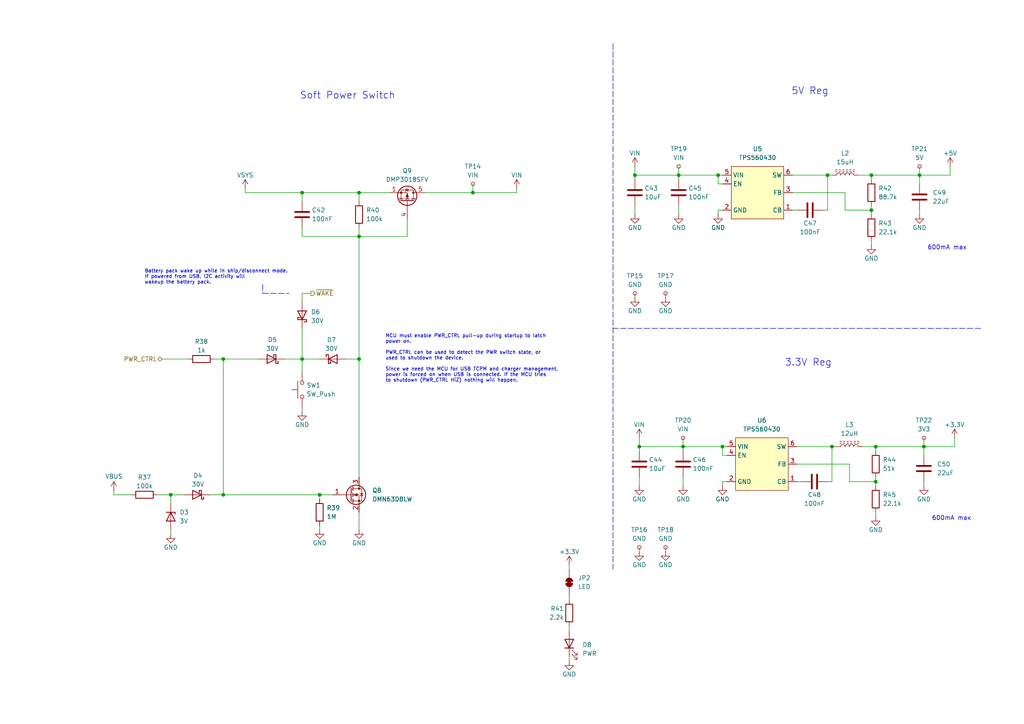
<source format=kicad_sch>
(kicad_sch (version 20231120) (generator "eeschema") (generator_version "8.0")
  (paper "A4")
  (title_block (title "SW32 - Main Board") (date "2024-05-23") (rev "1") (company "saawsm") (comment 4 "System power supplies and soft latching power switch."))
  (lib_symbols
    (symbol "Connector:TestPoint_Small" (pin_numbers hide) (pin_names (offset 0.762) hide)
      (property "Reference" "TP" (at 0 3.81 0))
      (property "Value" "TestPoint_Small" (at 0 2.032 0))
      (symbol "TestPoint_Small_0_1"
        (circle (center 0 0) (radius 0.508))
      )
      (symbol "TestPoint_Small_1_1"
        (pin passive line (at 0 0 90) (length 0) (name "1") (number "1"))
      )
    )
    (symbol "Device:C" (pin_numbers hide) (pin_names (offset 0.254))
      (property "Reference" "C" (at 0.635 2.54 0))
      (property "Value" "C" (at 0.635 -2.54 0))
      (symbol "C_0_1"
        (polyline (pts (xy -2.032 -0.762) (xy 2.032 -0.762)) (stroke (width 0.508)))
        (polyline (pts (xy -2.032 0.762) (xy 2.032 0.762)) (stroke (width 0.508)))
      )
      (symbol "C_1_1"
        (pin passive line (at 0 3.81 270) (length 2.794) (name "~") (number "1"))
        (pin passive line (at 0 -3.81 90) (length 2.794) (name "~") (number "2"))
      )
    )
    (symbol "Device:D_Schottky" (pin_numbers hide) (pin_names (offset 1.016) hide)
      (property "Reference" "D" (at 0 2.54 0))
      (property "Value" "D_Schottky" (at 0 -2.54 0))
      (symbol "D_Schottky_0_1"
        (polyline (pts (xy 1.27 0) (xy -1.27 0)))
        (polyline (pts (xy 1.27 1.27) (xy 1.27 -1.27) (xy -1.27 0) (xy 1.27 1.27)) (stroke (width 0.254)))
        (polyline (pts (xy -1.905 0.635) (xy -1.905 1.27) (xy -1.27 1.27) (xy -1.27 -1.27) (xy -0.635 -1.27) (xy -0.635 -0.635)) (stroke (width 0.254)))
      )
      (symbol "D_Schottky_1_1"
        (pin passive line (at -3.81 0 0) (length 2.54) (name "K") (number "1"))
        (pin passive line (at 3.81 0 180) (length 2.54) (name "A") (number "2"))
      )
    )
    (symbol "Device:D_Zener" (pin_numbers hide) (pin_names (offset 1.016) hide)
      (property "Reference" "D" (at 0 2.54 0))
      (property "Value" "D_Zener" (at 0 -2.54 0))
      (symbol "D_Zener_0_1"
        (polyline (pts (xy 1.27 0) (xy -1.27 0)))
        (polyline (pts (xy -1.27 -1.27) (xy -1.27 1.27) (xy -0.762 1.27)) (stroke (width 0.254)))
        (polyline (pts (xy 1.27 -1.27) (xy 1.27 1.27) (xy -1.27 0) (xy 1.27 -1.27)) (stroke (width 0.254)))
      )
      (symbol "D_Zener_1_1"
        (pin passive line (at -3.81 0 0) (length 2.54) (name "K") (number "1"))
        (pin passive line (at 3.81 0 180) (length 2.54) (name "A") (number "2"))
      )
    )
    (symbol "Device:LED" (pin_numbers hide) (pin_names (offset 1.016) hide)
      (property "Reference" "D" (at 0 2.54 0))
      (property "Value" "LED" (at 0 -2.54 0))
      (symbol "LED_0_1"
        (polyline (pts (xy -1.27 -1.27) (xy -1.27 1.27)) (stroke (width 0.254)))
        (polyline (pts (xy -1.27 0) (xy 1.27 0)))
        (polyline (pts (xy 1.27 -1.27) (xy 1.27 1.27) (xy -1.27 0) (xy 1.27 -1.27)) (stroke (width 0.254)))
        (polyline (pts (xy -3.048 -0.762) (xy -4.572 -2.286) (xy -3.81 -2.286) (xy -4.572 -2.286) (xy -4.572 -1.524)))
        (polyline (pts (xy -1.778 -0.762) (xy -3.302 -2.286) (xy -2.54 -2.286) (xy -3.302 -2.286) (xy -3.302 -1.524)))
      )
      (symbol "LED_1_1"
        (pin passive line (at -3.81 0 0) (length 2.54) (name "K") (number "1"))
        (pin passive line (at 3.81 0 180) (length 2.54) (name "A") (number "2"))
      )
    )
    (symbol "Device:L_Ferrite" (pin_numbers hide) (pin_names (offset 1.016) hide)
      (property "Reference" "L" (at -1.27 0 90))
      (property "Value" "L_Ferrite" (at 2.794 0 90))
      (symbol "L_Ferrite_0_1"
        (arc (start 0 -2.54) (mid 0.6323 -1.905) (end 0 -1.27))
        (arc (start 0 -1.27) (mid 0.6323 -0.635) (end 0 0))
        (polyline (pts (xy 1.016 -2.794) (xy 1.016 -2.286)))
        (polyline (pts (xy 1.016 -1.778) (xy 1.016 -1.27)))
        (polyline (pts (xy 1.016 -0.762) (xy 1.016 -0.254)))
        (polyline (pts (xy 1.016 0.254) (xy 1.016 0.762)))
        (polyline (pts (xy 1.016 1.27) (xy 1.016 1.778)))
        (polyline (pts (xy 1.016 2.286) (xy 1.016 2.794)))
        (polyline (pts (xy 1.524 -2.286) (xy 1.524 -2.794)))
        (polyline (pts (xy 1.524 -1.27) (xy 1.524 -1.778)))
        (polyline (pts (xy 1.524 -0.254) (xy 1.524 -0.762)))
        (polyline (pts (xy 1.524 0.762) (xy 1.524 0.254)))
        (polyline (pts (xy 1.524 1.778) (xy 1.524 1.27)))
        (polyline (pts (xy 1.524 2.794) (xy 1.524 2.286)))
        (arc (start 0 0) (mid 0.6323 0.635) (end 0 1.27))
        (arc (start 0 1.27) (mid 0.6323 1.905) (end 0 2.54))
      )
      (symbol "L_Ferrite_1_1"
        (pin passive line (at 0 3.81 270) (length 1.27) (name "1") (number "1"))
        (pin passive line (at 0 -3.81 90) (length 1.27) (name "2") (number "2"))
      )
    )
    (symbol "Device:Q_NMOS_GSD" (pin_names (offset 0) hide)
      (property "Reference" "Q" (at 5.08 1.27 0))
      (property "Value" "Q_NMOS_GSD" (at 5.08 -1.27 0))
      (symbol "Q_NMOS_GSD_0_1"
        (polyline (pts (xy 0.254 0) (xy -2.54 0)))
        (polyline (pts (xy 0.254 1.905) (xy 0.254 -1.905)) (stroke (width 0.254)))
        (polyline (pts (xy 0.762 -1.27) (xy 0.762 -2.286)) (stroke (width 0.254)))
        (polyline (pts (xy 0.762 0.508) (xy 0.762 -0.508)) (stroke (width 0.254)))
        (polyline (pts (xy 0.762 2.286) (xy 0.762 1.27)) (stroke (width 0.254)))
        (polyline (pts (xy 2.54 2.54) (xy 2.54 1.778)))
        (polyline (pts (xy 2.54 -2.54) (xy 2.54 0) (xy 0.762 0)))
        (polyline (pts (xy 0.762 -1.778) (xy 3.302 -1.778) (xy 3.302 1.778) (xy 0.762 1.778)))
        (polyline (pts (xy 1.016 0) (xy 2.032 0.381) (xy 2.032 -0.381) (xy 1.016 0)) (fill (type outline)))
        (polyline (pts (xy 2.794 0.508) (xy 2.921 0.381) (xy 3.683 0.381) (xy 3.81 0.254)))
        (polyline (pts (xy 3.302 0.381) (xy 2.921 -0.254) (xy 3.683 -0.254) (xy 3.302 0.381)))
        (circle (center 1.651 0) (radius 2.794) (stroke (width 0.254)))
        (circle (center 2.54 -1.778) (radius 0.254) (fill (type outline)))
        (circle (center 2.54 1.778) (radius 0.254) (fill (type outline)))
      )
      (symbol "Q_NMOS_GSD_1_1"
        (pin input line (at -5.08 0 0) (length 2.54) (name "G") (number "1"))
        (pin passive line (at 2.54 -5.08 90) (length 2.54) (name "S") (number "2"))
        (pin passive line (at 2.54 5.08 270) (length 2.54) (name "D") (number "3"))
      )
    )
    (symbol "Device:R" (pin_numbers hide) (pin_names (offset 0))
      (property "Reference" "R" (at 2.032 0 90))
      (property "Value" "R" (at 0 0 90))
      (symbol "R_0_1"
        (rectangle (start -1.016 -2.54) (end 1.016 2.54) (stroke (width 0.254)))
      )
      (symbol "R_1_1"
        (pin passive line (at 0 3.81 270) (length 1.27) (name "~") (number "1"))
        (pin passive line (at 0 -3.81 90) (length 1.27) (name "~") (number "2"))
      )
    )
    (symbol "Jumper:SolderJumper_2_Bridged" (pin_numbers hide) (pin_names (offset 0) hide) (exclude_from_sim yes) (in_bom no)
      (property "Reference" "JP" (at 0 2.032 0))
      (property "Value" "SolderJumper_2_Bridged" (at 0 -2.54 0))
      (symbol "SolderJumper_2_Bridged_0_1"
        (rectangle (start -0.508 0.508) (end 0.508 -0.508) (fill (type outline)))
        (arc (start -0.254 1.016) (mid -1.2656 0) (end -0.254 -1.016))
        (arc (start -0.254 1.016) (mid -1.2656 0) (end -0.254 -1.016) (fill (type outline)))
        (polyline (pts (xy -0.254 1.016) (xy -0.254 -1.016)))
        (polyline (pts (xy 0.254 1.016) (xy 0.254 -1.016)))
        (arc (start 0.254 -1.016) (mid 1.2656 0) (end 0.254 1.016))
        (arc (start 0.254 -1.016) (mid 1.2656 0) (end 0.254 1.016) (fill (type outline)))
      )
      (symbol "SolderJumper_2_Bridged_1_1"
        (pin passive line (at -3.81 0 0) (length 2.54) (name "A") (number "1"))
        (pin passive line (at 3.81 0 180) (length 2.54) (name "B") (number "2"))
      )
    )
    (symbol "SaawLib:TPS560430"
      (property "Reference" "U" (at 0 8.89 0))
      (property "Value" "TPS560430" (at 0 -8.89 0))
      (symbol "TPS560430_0_1"
        (rectangle (start -7.62 7.62) (end 7.62 -7.62) (fill (type background)))
      )
      (symbol "TPS560430_1_1"
        (pin input line (at 10.16 -5.08 180) (length 2.54) (name "CB") (number "1"))
        (pin power_in line (at -10.16 -5.08 0) (length 2.54) (name "GND") (number "2"))
        (pin input line (at 10.16 0 180) (length 2.54) (name "FB") (number "3"))
        (pin input line (at -10.16 2.54 0) (length 2.54) (name "EN") (number "4"))
        (pin power_in line (at -10.16 5.08 0) (length 2.54) (name "VIN") (number "5"))
        (pin output line (at 10.16 5.08 180) (length 2.54) (name "SW") (number "6"))
      )
    )
    (symbol "Switch:SW_Push" (pin_numbers hide) (pin_names (offset 1.016) hide)
      (property "Reference" "SW" (at 1.27 2.54 0))
      (property "Value" "SW_Push" (at 0 -1.524 0))
      (symbol "SW_Push_0_1"
        (circle (center -2.032 0) (radius 0.508))
        (polyline (pts (xy 0 1.27) (xy 0 3.048)))
        (polyline (pts (xy 2.54 1.27) (xy -2.54 1.27)))
        (circle (center 2.032 0) (radius 0.508))
        (pin passive line (at -5.08 0 0) (length 2.54) (name "1") (number "1"))
        (pin passive line (at 5.08 0 180) (length 2.54) (name "2") (number "2"))
      )
    )
    (symbol "Transistor_FET:DMP3013SFV" (pin_names hide)
      (property "Reference" "Q" (at 5.08 1.905 0))
      (property "Value" "DMP3013SFV" (at 5.08 0 0))
      (symbol "DMP3013SFV_0_1"
        (polyline (pts (xy 0.254 0) (xy -2.54 0)))
        (polyline (pts (xy 0.254 1.905) (xy 0.254 -1.905)) (stroke (width 0.254)))
        (polyline (pts (xy 0.762 -1.27) (xy 0.762 -2.286)) (stroke (width 0.254)))
        (polyline (pts (xy 0.762 0.508) (xy 0.762 -0.508)) (stroke (width 0.254)))
        (polyline (pts (xy 0.762 2.286) (xy 0.762 1.27)) (stroke (width 0.254)))
        (polyline (pts (xy 2.54 2.54) (xy 2.54 1.778)))
        (polyline (pts (xy 2.54 -2.54) (xy 2.54 0) (xy 0.762 0)))
        (polyline (pts (xy 0.762 1.778) (xy 3.302 1.778) (xy 3.302 -1.778) (xy 0.762 -1.778)))
        (polyline (pts (xy 2.286 0) (xy 1.27 0.381) (xy 1.27 -0.381) (xy 2.286 0)) (fill (type outline)))
        (polyline (pts (xy 2.794 -0.508) (xy 2.921 -0.381) (xy 3.683 -0.381) (xy 3.81 -0.254)))
        (polyline (pts (xy 3.302 -0.381) (xy 2.921 0.254) (xy 3.683 0.254) (xy 3.302 -0.381)))
        (circle (center 1.651 0) (radius 2.794) (stroke (width 0.254)))
        (circle (center 2.54 -1.778) (radius 0.254) (fill (type outline)))
        (circle (center 2.54 1.778) (radius 0.254) (fill (type outline)))
      )
      (symbol "DMP3013SFV_1_1"
        (pin passive line (at 2.54 -5.08 90) (length 2.54) (name "S") (number "1"))
        (pin passive line (at 2.54 -5.08 90) (length 2.54) hide (name "S") (number "2"))
        (pin passive line (at 2.54 -5.08 90) (length 2.54) hide (name "S") (number "3"))
        (pin passive line (at -5.08 0 0) (length 2.54) (name "G") (number "4"))
        (pin passive line (at 2.54 5.08 270) (length 2.54) (name "D") (number "5"))
      )
    )
    (symbol "power:+3.3V" (power) (pin_numbers hide) (pin_names (offset 0) hide)
      (property "Value" "+3.3V" (at 0 3.556 0))
      (symbol "+3.3V_0_1"
        (polyline (pts (xy -0.762 1.27) (xy 0 2.54)))
        (polyline (pts (xy 0 0) (xy 0 2.54)))
        (polyline (pts (xy 0 2.54) (xy 0.762 1.27)))
      )
      (symbol "+3.3V_1_1"
        (pin power_in line (at 0 0 90) (length 0) (name "~") (number "1"))
      )
    )
    (symbol "power:+5V" (power) (pin_numbers hide) (pin_names (offset 0) hide)
      (property "Value" "+5V" (at 0 3.556 0))
      (symbol "+5V_0_1"
        (polyline (pts (xy -0.762 1.27) (xy 0 2.54)))
        (polyline (pts (xy 0 0) (xy 0 2.54)))
        (polyline (pts (xy 0 2.54) (xy 0.762 1.27)))
      )
      (symbol "+5V_1_1"
        (pin power_in line (at 0 0 90) (length 0) (name "~") (number "1"))
      )
    )
    (symbol "power:GND" (power) (pin_numbers hide) (pin_names (offset 0) hide)
      (property "Value" "GND" (at 0 -3.81 0))
      (symbol "GND_0_1"
        (polyline (pts (xy 0 0) (xy 0 -1.27) (xy 1.27 -1.27) (xy 0 -2.54) (xy -1.27 -1.27) (xy 0 -1.27)))
      )
      (symbol "GND_1_1"
        (pin power_in line (at 0 0 270) (length 0) (name "~") (number "1"))
      )
    )
    (symbol "power:PWR_FLAG" (power) (pin_numbers hide) (pin_names (offset 0) hide)
      (property "Value" "PWR_FLAG" (at 0 3.81 0))
      (symbol "PWR_FLAG_0_0"
        (pin power_out line (at 0 0 90) (length 0) (name "~") (number "1"))
      )
      (symbol "PWR_FLAG_0_1"
        (polyline (pts (xy 0 0) (xy 0 1.27) (xy -1.016 1.905) (xy 0 2.54) (xy 1.016 1.905) (xy 0 1.27)))
      )
    )
    (symbol "power:VBUS" (power) (pin_numbers hide) (pin_names (offset 0) hide)
      (property "Value" "VBUS" (at 0 3.556 0))
      (symbol "VBUS_0_1"
        (polyline (pts (xy -0.762 1.27) (xy 0 2.54)))
        (polyline (pts (xy 0 0) (xy 0 2.54)))
        (polyline (pts (xy 0 2.54) (xy 0.762 1.27)))
      )
      (symbol "VBUS_1_1"
        (pin power_in line (at 0 0 90) (length 0) (name "~") (number "1"))
      )
    )
  )
  (junction (at 209.55 129.54))
  (junction (at 104.14 55.88))
  (junction (at 64.77 143.51))
  (junction (at 64.77 104.14))
  (junction (at 198.12 129.54))
  (junction (at 184.15 50.8))
  (junction (at 104.14 104.14))
  (junction (at 104.14 68.58))
  (junction (at 87.63 55.88))
  (junction (at 240.03 50.8))
  (junction (at 241.3 129.54))
  (junction (at 87.63 104.14))
  (junction (at 267.97 129.54))
  (junction (at 196.85 50.8))
  (junction (at 252.73 60.96))
  (junction (at 254 129.54))
  (junction (at 252.73 50.8))
  (junction (at 254 139.7))
  (junction (at 185.42 129.54))
  (junction (at 266.7 50.8))
  (junction (at 137.16 55.88))
  (junction (at 92.71 143.51))
  (junction (at 208.28 50.8))
  (junction (at 49.53 143.51))
  (wire (pts (xy 165.1 172.72) (xy 165.1 173.99)))
  (wire (pts (xy 193.04 160.02) (xy 193.04 158.75)))
  (wire (pts (xy 252.73 69.85) (xy 252.73 71.12)))
  (wire (pts (xy 184.15 50.8) (xy 184.15 52.07)))
  (wire (pts (xy 240.03 139.7) (xy 241.3 139.7)))
  (wire (pts (xy 248.92 50.8) (xy 252.73 50.8)))
  (wire (pts (xy 104.14 68.58) (xy 104.14 104.14)))
  (wire (pts (xy 46.99 104.14) (xy 54.61 104.14)))
  (wire (pts (xy 196.85 59.69) (xy 196.85 62.23)))
  (wire (pts (xy 252.73 59.69) (xy 252.73 60.96)))
  (wire (pts (xy 254 130.81) (xy 254 129.54)))
  (wire (pts (xy 198.12 127) (xy 198.12 129.54)))
  (wire (pts (xy 33.02 143.51) (xy 33.02 142.24)))
  (wire (pts (xy 165.1 163.83) (xy 165.1 165.1)))
  (wire (pts (xy 38.1 143.51) (xy 33.02 143.51)))
  (wire (pts (xy 209.55 139.7) (xy 210.82 139.7)))
  (wire (pts (xy 60.96 143.51) (xy 64.77 143.51)))
  (wire (pts (xy 229.87 50.8) (xy 240.03 50.8)))
  (wire (pts (xy 266.7 50.8) (xy 266.7 53.34)))
  (wire (pts (xy 267.97 127) (xy 267.97 129.54)))
  (wire (pts (xy 123.19 55.88) (xy 137.16 55.88)))
  (wire (pts (xy 90.17 85.09) (xy 87.63 85.09)))
  (wire (pts (xy 104.14 66.04) (xy 104.14 68.58)))
  (wire (pts (xy 236.22 219.71) (xy 236.22 218.44)))
  (wire (pts (xy 64.77 104.14) (xy 74.93 104.14)))
  (wire (pts (xy 49.53 143.51) (xy 53.34 143.51)))
  (wire (pts (xy 276.86 127) (xy 276.86 129.54)))
  (wire (pts (xy 245.11 55.88) (xy 229.87 55.88)))
  (wire (pts (xy 254 139.7) (xy 246.38 139.7)))
  (wire (pts (xy 210.82 129.54) (xy 209.55 129.54)))
  (wire (pts (xy 209.55 53.34) (xy 208.28 53.34)))
  (wire (pts (xy 267.97 140.97) (xy 267.97 139.7)))
  (wire (pts (xy 254 138.43) (xy 254 139.7)))
  (wire (pts (xy 209.55 129.54) (xy 209.55 132.08)))
  (wire (pts (xy 92.71 143.51) (xy 64.77 143.51)))
  (wire (pts (xy 185.42 138.43) (xy 185.42 140.97)))
  (wire (pts (xy 267.97 129.54) (xy 276.86 129.54)))
  (wire (pts (xy 254 139.7) (xy 254 140.97)))
  (wire (pts (xy 240.03 50.8) (xy 240.03 60.96)))
  (wire (pts (xy 246.38 139.7) (xy 246.38 134.62)))
  (wire (pts (xy 241.3 129.54) (xy 241.3 139.7)))
  (wire (pts (xy 87.63 66.04) (xy 87.63 68.58)))
  (wire (pts (xy 210.82 132.08) (xy 209.55 132.08)))
  (wire (pts (xy 92.71 143.51) (xy 92.71 144.78)))
  (wire (pts (xy 240.03 50.8) (xy 241.3 50.8)))
  (wire (pts (xy 208.28 50.8) (xy 208.28 53.34)))
  (wire (pts (xy 254 148.59) (xy 254 149.86)))
  (wire (pts (xy 246.38 134.62) (xy 231.14 134.62)))
  (wire (pts (xy 104.14 55.88) (xy 113.03 55.88)))
  (wire (pts (xy 96.52 143.51) (xy 92.71 143.51)))
  (wire (pts (xy 87.63 68.58) (xy 104.14 68.58)))
  (wire (pts (xy 288.29 219.71) (xy 278.13 219.71)))
  (wire (pts (xy 87.63 104.14) (xy 92.71 104.14)))
  (wire (pts (xy 256.54 219.71) (xy 256.54 218.44)))
  (polyline (pts (xy 76.2 82.55) (xy 76.2 85.09)) (stroke (width 0) (type dash)))
  (wire (pts (xy 252.73 60.96) (xy 252.73 62.23)))
  (wire (pts (xy 185.42 160.02) (xy 185.42 158.75)))
  (wire (pts (xy 198.12 129.54) (xy 185.42 129.54)))
  (wire (pts (xy 209.55 50.8) (xy 208.28 50.8)))
  (wire (pts (xy 184.15 48.26) (xy 184.15 50.8)))
  (wire (pts (xy 184.15 50.8) (xy 196.85 50.8)))
  (wire (pts (xy 246.38 219.71) (xy 236.22 219.71)))
  (polyline (pts (xy 284.48 95.25) (xy 177.8 95.25)) (stroke (width 0) (type dash)))
  (wire (pts (xy 208.28 60.96) (xy 209.55 60.96)))
  (wire (pts (xy 118.11 63.5) (xy 118.11 68.58)))
  (wire (pts (xy 209.55 129.54) (xy 198.12 129.54)))
  (wire (pts (xy 238.76 60.96) (xy 240.03 60.96)))
  (wire (pts (xy 196.85 50.8) (xy 196.85 52.07)))
  (wire (pts (xy 71.12 55.88) (xy 87.63 55.88)))
  (wire (pts (xy 87.63 95.25) (xy 87.63 104.14)))
  (wire (pts (xy 223.52 218.44) (xy 223.52 219.71)))
  (wire (pts (xy 275.59 48.26) (xy 275.59 50.8)))
  (wire (pts (xy 87.63 55.88) (xy 104.14 55.88)))
  (wire (pts (xy 62.23 104.14) (xy 64.77 104.14)))
  (wire (pts (xy 241.3 129.54) (xy 242.57 129.54)))
  (polyline (pts (xy 177.8 12.7) (xy 177.8 165.1)) (stroke (width 0) (type dash)))
  (wire (pts (xy 45.72 143.51) (xy 49.53 143.51)))
  (wire (pts (xy 104.14 104.14) (xy 104.14 138.43)))
  (wire (pts (xy 87.63 119.38) (xy 87.63 118.11)))
  (wire (pts (xy 209.55 140.97) (xy 209.55 139.7)))
  (wire (pts (xy 231.14 139.7) (xy 232.41 139.7)))
  (wire (pts (xy 254 129.54) (xy 267.97 129.54)))
  (wire (pts (xy 185.42 127) (xy 185.42 129.54)))
  (wire (pts (xy 137.16 53.34) (xy 137.16 55.88)))
  (wire (pts (xy 184.15 59.69) (xy 184.15 62.23)))
  (wire (pts (xy 71.12 54.61) (xy 71.12 55.88)))
  (wire (pts (xy 250.19 129.54) (xy 254 129.54)))
  (wire (pts (xy 198.12 138.43) (xy 198.12 140.97)))
  (wire (pts (xy 252.73 60.96) (xy 245.11 60.96)))
  (wire (pts (xy 149.86 54.61) (xy 149.86 55.88)))
  (wire (pts (xy 49.53 143.51) (xy 49.53 146.05)))
  (wire (pts (xy 231.14 129.54) (xy 241.3 129.54)))
  (wire (pts (xy 266.7 219.71) (xy 256.54 219.71)))
  (wire (pts (xy 198.12 129.54) (xy 198.12 130.81)))
  (wire (pts (xy 208.28 50.8) (xy 196.85 50.8)))
  (wire (pts (xy 104.14 55.88) (xy 104.14 58.42)))
  (wire (pts (xy 266.7 218.44) (xy 266.7 219.71)))
  (wire (pts (xy 229.87 60.96) (xy 231.14 60.96)))
  (wire (pts (xy 266.7 50.8) (xy 275.59 50.8)))
  (wire (pts (xy 87.63 58.42) (xy 87.63 55.88)))
  (polyline (pts (xy 76.2 85.09) (xy 83.82 85.09)) (stroke (width 0) (type dash)))
  (wire (pts (xy 137.16 55.88) (xy 149.86 55.88)))
  (wire (pts (xy 208.28 62.23) (xy 208.28 60.96)))
  (wire (pts (xy 266.7 48.26) (xy 266.7 50.8)))
  (wire (pts (xy 82.55 104.14) (xy 87.63 104.14)))
  (wire (pts (xy 104.14 148.59) (xy 104.14 153.67)))
  (wire (pts (xy 196.85 48.26) (xy 196.85 50.8)))
  (wire (pts (xy 245.11 60.96) (xy 245.11 55.88)))
  (wire (pts (xy 252.73 50.8) (xy 266.7 50.8)))
  (wire (pts (xy 252.73 52.07) (xy 252.73 50.8)))
  (wire (pts (xy 165.1 181.61) (xy 165.1 182.88)))
  (wire (pts (xy 184.15 86.36) (xy 184.15 85.09)))
  (wire (pts (xy 267.97 129.54) (xy 267.97 132.08)))
  (wire (pts (xy 266.7 62.23) (xy 266.7 60.96)))
  (wire (pts (xy 193.04 86.36) (xy 193.04 85.09)))
  (wire (pts (xy 87.63 85.09) (xy 87.63 87.63)))
  (wire (pts (xy 165.1 191.77) (xy 165.1 190.5)))
  (wire (pts (xy 104.14 68.58) (xy 118.11 68.58)))
  (wire (pts (xy 278.13 219.71) (xy 278.13 218.44)))
  (wire (pts (xy 87.63 104.14) (xy 87.63 107.95)))
  (wire (pts (xy 100.33 104.14) (xy 104.14 104.14)))
  (wire (pts (xy 92.71 152.4) (xy 92.71 153.67)))
  (wire (pts (xy 49.53 154.94) (xy 49.53 153.67)))
  (wire (pts (xy 64.77 143.51) (xy 64.77 104.14)))
  (wire (pts (xy 288.29 218.44) (xy 288.29 219.71)))
  (wire (pts (xy 246.38 218.44) (xy 246.38 219.71)))
  (wire (pts (xy 185.42 129.54) (xy 185.42 130.81)))
  (text "600mA max" (at 268.986 72.644 0) (effects (font (size 1.27 1.27)) (justify left bottom)))
  (text "5V Reg" (at 234.95 27.686 0) (effects (font (size 2 2)) (justify bottom)))
  (text "3.3V Reg" (at 234.442 106.426 0) (effects (font (size 2 2)) (justify bottom)))
  (text "Soft Power Switch" (at 100.838 28.956 0) (effects (font (size 2 2)) (justify bottom)))
  (text "600mA max" (at 270.256 151.13 0) (effects (font (size 1.27 1.27)) (justify left bottom)))
  (text "Battery pack wake up while in ship/disconnect mode.\nIf powered from USB, I2C activity will \nwakeup the battery pack." (at 41.91 82.55 0) (effects (font (size 1 1)) (justify left bottom)))
  (text "MCU must enable PWR_CTRL pull-up during startup to latch\npower on. \n\nPWR_CTRL can be used to detect the PWR switch state, or \nused to shutdown the device.\n\nSince we need the MCU for USB TCPM and charger management,\npower is forced on when USB is connected. If the MCU tries \nto shutdown (PWR_CTRL HiZ) nothing will happen.\n" (at 111.76 110.998 0) (effects (font (size 1 1)) (justify left bottom)))
  (hierarchical_label "PWR_CTRL" (shape bidirectional) (at 46.99 104.14 180))
  (hierarchical_label "~{WAKE}" (shape output) (at 90.17 85.09 0))
  (symbol (lib_id "power:PWR_FLAG") (at 246.38 218.44 0) (unit 1)
    (property "Reference" "#FLG06" (effects (hide yes)))
    (property "Value" "PWR_FLAG" (at 246.38 214.63 0))
    (property "Description" "Special symbol for telling ERC where power comes from" (effects (hide yes)))
  )
  (symbol (lib_id "Transistor_FET:DMP3013SFV") (at 118.11 58.42 270) (mirror x) (unit 1)
    (property "Reference" "Q9" (at 118.11 49.53 90))
    (property "Value" "DMP3018SFV" (at 118.11 52.07 90))
    (property "Footprint" "Package_SON:Diodes_PowerDI3333-8" (effects (hide yes)))
    (property "Datasheet" "https://www.diodes.com/assets/Datasheets/DMP3018SFV.pdf" (effects (hide yes)))
    (property "Description" "-30A Id, -30V Vds, P-Channel Power MOSFET, 21mOhm Ron, Qg (typ) 28 nC, PowerDI3333-8" (effects (hide yes)))
    (property "MPN" "DMP3018SFV-7" (effects (hide yes)))
    (property "LCSC" "C461075" (effects (hide yes)))
    (property "MOUSER" "621-DMP3018SFV-7" (effects (hide yes)))
  )
  (symbol (lib_id "Device:R") (at 252.73 55.88 0) (unit 1)
    (property "Reference" "R42" (at 254.762 54.61 0) (effects (justify left)))
    (property "Value" "88.7k" (at 254.762 57.15 0) (effects (justify left)))
    (property "Footprint" "Resistor_SMD:R_0603_1608Metric" (effects (hide yes)))
    (property "Datasheet" "https://www.yageo.com/upload/media/product/products/datasheet/rchip/PYu-RC_Group_51_RoHS_L_12.pdf" (effects (hide yes)))
    (property "Description" "Resistor" (effects (hide yes)))
    (property "MPN" "RC0603FR-0788K7L" (effects (hide yes)))
    (property "LCSC" "C23258" (effects (hide yes)))
    (property "MOUSER" "603-RC0603FR-0788K7L" (effects (hide yes)))
  )
  (symbol (lib_id "Device:C") (at 267.97 135.89 180) (unit 1)
    (property "Reference" "C50" (at 271.78 134.6199 0) (effects (justify right)))
    (property "Value" "22uF" (at 271.78 137.1599 0) (effects (justify right)))
    (property "Footprint" "Capacitor_SMD:C_0805_2012Metric" (effects (hide yes)))
    (property "Description" "Unpolarized capacitor" (effects (hide yes)))
    (property "MPN" "CL21A226MAYNNNE" (effects (hide yes)))
    (property "LCSC" "C602037" (effects (hide yes)))
    (property "MOUSER" "187-CL21A226MAYNNNE" (effects (hide yes)))
  )
  (symbol (lib_id "power:GND") (at 196.85 62.23 0) (unit 1)
    (property "Reference" "#PWR083" (effects (hide yes)))
    (property "Value" "GND" (at 196.85 66.04 0))
    (property "Description" "Power symbol creates a global label with name \"GND\" , ground" (effects (hide yes)))
  )
  (symbol (lib_id "Device:D_Zener") (at 49.53 149.86 270) (unit 1)
    (property "Reference" "D3" (at 52.07 148.5899 90) (effects (justify left)))
    (property "Value" "3V" (at 52.07 151.1299 90) (effects (justify left)))
    (property "Footprint" "Diode_SMD:D_SOD-523" (effects (hide yes)))
    (property "Datasheet" "https://www.diodes.com/assets/Datasheets/ds30502.pdf" (effects (hide yes)))
    (property "Description" "Zener diode" (effects (hide yes)))
    (property "MPN" "BZT52C3V0T-7" (effects (hide yes)))
    (property "LCSC" "C5248671" (effects (hide yes)))
    (property "MOUSER" "621-BZT52C3V0T-7" (effects (hide yes)))
  )
  (symbol (lib_id "power:GND") (at 49.53 154.94 0) (unit 1)
    (property "Reference" "#PWR067" (effects (hide yes)))
    (property "Value" "GND" (at 49.53 158.75 0))
    (property "Description" "Power symbol creates a global label with name \"GND\" , ground" (effects (hide yes)))
  )
  (symbol (lib_id "power:+3.3V") (at 165.1 163.83 0) (unit 1)
    (property "Reference" "#PWR073" (effects (hide yes)))
    (property "Value" "+3.3V" (at 165.1 160.02 0))
    (property "Description" "Power symbol creates a global label with name \"+3.3V\"" (effects (hide yes)))
  )
  (symbol (lib_id "Device:L_Ferrite") (at 246.38 129.54 90) (unit 1)
    (property "Reference" "L3" (at 246.38 123.19 90))
    (property "Value" "12uH" (at 246.38 125.73 90))
    (property "Footprint" "Inductor_SMD:L_Bourns_SRN6045TA" (effects (hide yes)))
    (property "Datasheet" "https://www.bourns.com/docs/Product-Datasheets/SRN6045TA.pdf" (effects (hide yes)))
    (property "Description" "Semi-shielded Power Inductor with ferrite core" (effects (hide yes)))
    (property "MPN" "SRN6045TA-120M" (effects (hide yes)))
    (property "MPN_ALT" "SRN6045TA-100M" (effects (hide yes)))
    (property "LCSC" "C2049956" (effects (hide yes)))
    (property "MOUSER" "652-SRN6045TA-120M" (effects (hide yes)))
  )
  (symbol (lib_id "power:PWR_FLAG") (at 266.7 218.44 0) (unit 1)
    (property "Reference" "#FLG07" (effects (hide yes)))
    (property "Value" "PWR_FLAG" (at 266.7 214.63 0))
    (property "Description" "Special symbol for telling ERC where power comes from" (effects (hide yes)))
  )
  (symbol (lib_id "Connector:TestPoint_Small") (at 266.7 48.26 0) (mirror y) (unit 1) (in_bom no)
    (property "Reference" "TP21" (at 266.7 43.18 0))
    (property "Value" "5V" (at 266.7 45.72 0))
    (property "Footprint" "TestPoint:TestPoint_Pad_D1.0mm" (effects (hide yes)))
    (property "Description" "test point" (effects (hide yes)))
  )
  (symbol (lib_id "power:+3.3V") (at 184.15 48.26 0) (unit 1)
    (property "Reference" "#PWR075" (effects (hide yes)))
    (property "Value" "VIN" (at 184.15 44.45 0))
    (property "Description" "Power symbol creates a global label with name \"VIN\"" (effects (hide yes)))
  )
  (symbol (lib_id "power:GND") (at 184.15 62.23 0) (unit 1)
    (property "Reference" "#PWR076" (effects (hide yes)))
    (property "Value" "GND" (at 184.15 66.04 0))
    (property "Description" "Power symbol creates a global label with name \"GND\" , ground" (effects (hide yes)))
  )
  (symbol (lib_id "power:+3.3V") (at 278.13 218.44 0) (unit 1)
    (property "Reference" "#PWR096" (effects (hide yes)))
    (property "Value" "VIN" (at 278.13 214.63 0))
    (property "Description" "Power symbol creates a global label with name \"VIN\"" (effects (hide yes)))
  )
  (symbol (lib_id "Device:R") (at 252.73 66.04 0) (unit 1)
    (property "Reference" "R43" (at 254.762 64.77 0) (effects (justify left)))
    (property "Value" "22.1k" (at 254.762 67.31 0) (effects (justify left)))
    (property "Footprint" "Resistor_SMD:R_0603_1608Metric" (effects (hide yes)))
    (property "Datasheet" "https://www.yageo.com/upload/media/product/products/datasheet/rchip/PYu-RC_Group_51_RoHS_L_12.pdf" (effects (hide yes)))
    (property "Description" "Resistor" (effects (hide yes)))
    (property "MPN" "RC0603FR-0722K1L" (effects (hide yes)))
    (property "LCSC" "C25961" (effects (hide yes)))
    (property "MOUSER" "603-RC0603FR-0722K1L" (effects (hide yes)))
  )
  (symbol (lib_id "Device:C") (at 198.12 134.62 180) (unit 1)
    (property "Reference" "C46" (at 200.914 133.35 0) (effects (justify right)))
    (property "Value" "100nF" (at 200.914 135.89 0) (effects (justify right)))
    (property "Footprint" "Capacitor_SMD:C_0603_1608Metric" (effects (hide yes)))
    (property "Description" "Unpolarized capacitor" (effects (hide yes)))
    (property "MPN" "CL10B104KB8NNNC" (effects (hide yes)))
    (property "LCSC" "C1591" (effects (hide yes)))
    (property "MOUSER" "187-CL10B104KB8NNNC" (effects (hide yes)))
  )
  (symbol (lib_id "power:+3.3V") (at 71.12 54.61 0) (unit 1)
    (property "Reference" "#PWR068" (effects (hide yes)))
    (property "Value" "VSYS" (at 71.12 50.8 0))
    (property "Description" "Power symbol creates a global label with name \"VIN\"" (effects (hide yes)))
  )
  (symbol (lib_id "power:PWR_FLAG") (at 223.52 218.44 0) (unit 1)
    (property "Reference" "#FLG05" (effects (hide yes)))
    (property "Value" "PWR_FLAG" (at 223.52 214.63 0))
    (property "Description" "Special symbol for telling ERC where power comes from" (effects (hide yes)))
  )
  (symbol (lib_id "power:+3.3V") (at 236.22 218.44 0) (unit 1)
    (property "Reference" "#PWR088" (effects (hide yes)))
    (property "Value" "+3.3V" (at 236.22 214.63 0))
    (property "Description" "Power symbol creates a global label with name \"+3.3V\"" (effects (hide yes)))
  )
  (symbol (lib_id "power:VBUS") (at 33.02 142.24 0) (unit 1)
    (property "Reference" "#PWR066" (effects (hide yes)))
    (property "Value" "VBUS" (at 33.02 138.176 0))
    (property "Description" "Power symbol creates a global label with name \"VBUS\"" (effects (hide yes)))
  )
  (symbol (lib_id "power:GND") (at 254 149.86 0) (unit 1)
    (property "Reference" "#PWR090" (effects (hide yes)))
    (property "Value" "GND" (at 254 153.67 0))
    (property "Description" "Power symbol creates a global label with name \"GND\" , ground" (effects (hide yes)))
  )
  (symbol (lib_id "SaawLib:TPS560430") (at 220.98 134.62 0) (unit 1)
    (property "Reference" "U6" (at 220.98 121.92 0))
    (property "Value" "TPS560430" (at 220.98 124.46 0))
    (property "Footprint" "Package_TO_SOT_SMD:SOT-23-6" (effects (hide yes)))
    (property "Datasheet" "https://www.ti.com/lit/ds/symlink/tps560430.pdf" (effects (hide yes)))
    (property "Description" "SIMPLE SWITCHER® 4-V to 36-V, 600-mA Synchronous Step-Down Converter" (effects (hide yes)))
    (property "MPN" "TPS560430XDBVR" (effects (hide yes)))
    (property "LCSC" "C524782" (effects (hide yes)))
    (property "MOUSER" "595-TPS560430XDBVR" (effects (hide yes)))
  )
  (symbol (lib_id "Device:R") (at 254 144.78 0) (unit 1)
    (property "Reference" "R45" (at 256.032 143.51 0) (effects (justify left)))
    (property "Value" "22.1k" (at 256.032 146.05 0) (effects (justify left)))
    (property "Footprint" "Resistor_SMD:R_0603_1608Metric" (effects (hide yes)))
    (property "Datasheet" "https://www.yageo.com/upload/media/product/products/datasheet/rchip/PYu-RC_Group_51_RoHS_L_12.pdf" (effects (hide yes)))
    (property "Description" "Resistor" (effects (hide yes)))
    (property "MPN" "RC0603FR-0722K1L" (effects (hide yes)))
    (property "LCSC" "C25961" (effects (hide yes)))
    (property "MOUSER" "603-RC0603FR-0722K1L" (effects (hide yes)))
  )
  (symbol (lib_id "Device:C") (at 196.85 55.88 180) (unit 1)
    (property "Reference" "C45" (at 199.644 54.61 0) (effects (justify right)))
    (property "Value" "100nF" (at 199.644 57.15 0) (effects (justify right)))
    (property "Footprint" "Capacitor_SMD:C_0603_1608Metric" (effects (hide yes)))
    (property "Description" "Unpolarized capacitor" (effects (hide yes)))
    (property "MPN" "CL10B104KB8NNNC" (effects (hide yes)))
    (property "LCSC" "C1591" (effects (hide yes)))
    (property "MOUSER" "187-CL10B104KB8NNNC" (effects (hide yes)))
  )
  (symbol (lib_id "Device:C") (at 236.22 139.7 90) (unit 1)
    (property "Reference" "C48" (at 236.22 143.51 90))
    (property "Value" "100nF" (at 236.22 146.05 90))
    (property "Footprint" "Capacitor_SMD:C_0603_1608Metric" (effects (hide yes)))
    (property "Description" "Unpolarized capacitor" (effects (hide yes)))
    (property "MPN" "CL10B104KB8NNNC" (effects (hide yes)))
    (property "LCSC" "C1591" (effects (hide yes)))
    (property "MOUSER" "187-CL10B104KB8NNNC" (effects (hide yes)))
  )
  (symbol (lib_id "power:+5V") (at 275.59 48.26 0) (unit 1)
    (property "Reference" "#PWR094" (effects (hide yes)))
    (property "Value" "+5V" (at 275.59 44.45 0))
    (property "Description" "Power symbol creates a global label with name \"+5V\"" (effects (hide yes)))
  )
  (symbol (lib_id "power:GND") (at 193.04 86.36 0) (unit 1)
    (property "Reference" "#PWR081" (effects (hide yes)))
    (property "Value" "GND" (at 193.04 90.17 0))
    (property "Description" "Power symbol creates a global label with name \"GND\" , ground" (effects (hide yes)))
  )
  (symbol (lib_id "power:GND") (at 184.15 86.36 0) (unit 1)
    (property "Reference" "#PWR077" (effects (hide yes)))
    (property "Value" "GND" (at 184.15 90.17 0))
    (property "Description" "Power symbol creates a global label with name \"GND\" , ground" (effects (hide yes)))
  )
  (symbol (lib_id "power:GND") (at 266.7 62.23 0) (unit 1)
    (property "Reference" "#PWR092" (effects (hide yes)))
    (property "Value" "GND" (at 266.7 66.04 0))
    (property "Description" "Power symbol creates a global label with name \"GND\" , ground" (effects (hide yes)))
  )
  (symbol (lib_id "Connector:TestPoint_Small") (at 185.42 158.75 0) (mirror y) (unit 1) (in_bom no)
    (property "Reference" "TP16" (at 185.42 153.67 0))
    (property "Value" "GND" (at 185.42 156.21 0))
    (property "Footprint" "TestPoint:TestPoint_Pad_D1.0mm" (effects (hide yes)))
    (property "Description" "test point" (effects (hide yes)))
  )
  (symbol (lib_id "Connector:TestPoint_Small") (at 137.16 53.34 90) (mirror x) (unit 1) (in_bom no)
    (property "Reference" "TP14" (at 137.16 48.26 90))
    (property "Value" "VIN" (at 137.16 50.8 90))
    (property "Footprint" "TestPoint:TestPoint_Pad_D1.0mm" (effects (hide yes)))
    (property "Description" "test point" (effects (hide yes)))
  )
  (symbol (lib_id "power:+3.3V") (at 276.86 127 0) (unit 1)
    (property "Reference" "#PWR095" (effects (hide yes)))
    (property "Value" "+3.3V" (at 276.86 123.19 0))
    (property "Description" "Power symbol creates a global label with name \"+3.3V\"" (effects (hide yes)))
  )
  (symbol (lib_id "Device:C") (at 87.63 62.23 180) (unit 1)
    (property "Reference" "C42" (at 90.424 60.96 0) (effects (justify right)))
    (property "Value" "100nF" (at 90.424 63.5 0) (effects (justify right)))
    (property "Footprint" "Capacitor_SMD:C_0603_1608Metric" (effects (hide yes)))
    (property "Description" "Unpolarized capacitor" (effects (hide yes)))
    (property "MPN" "CL10B104KB8NNNC" (effects (hide yes)))
    (property "LCSC" "C1591" (effects (hide yes)))
    (property "MOUSER" "187-CL10B104KB8NNNC" (effects (hide yes)))
  )
  (symbol (lib_id "power:GND") (at 185.42 140.97 0) (unit 1)
    (property "Reference" "#PWR079" (effects (hide yes)))
    (property "Value" "GND" (at 185.42 144.78 0))
    (property "Description" "Power symbol creates a global label with name \"GND\" , ground" (effects (hide yes)))
  )
  (symbol (lib_id "power:GND") (at 252.73 71.12 0) (unit 1)
    (property "Reference" "#PWR089" (effects (hide yes)))
    (property "Value" "GND" (at 252.73 74.93 0))
    (property "Description" "Power symbol creates a global label with name \"GND\" , ground" (effects (hide yes)))
  )
  (symbol (lib_id "Device:L_Ferrite") (at 245.11 50.8 90) (unit 1)
    (property "Reference" "L2" (at 245.11 44.45 90))
    (property "Value" "15uH" (at 245.11 46.99 90))
    (property "Footprint" "Inductor_SMD:L_Bourns_SRN6045TA" (effects (hide yes)))
    (property "Datasheet" "https://www.bourns.com/docs/Product-Datasheets/SRN6045TA.pdf" (effects (hide yes)))
    (property "Description" "Semi-shielded Power Inductor with ferrite core" (effects (hide yes)))
    (property "MPN" "SRN6045TA-150M" (effects (hide yes)))
    (property "LCSC" "C1330797" (effects (hide yes)))
    (property "MOUSER" "652-SRN6045TA-150M" (effects (hide yes)))
  )
  (symbol (lib_id "Device:D_Schottky") (at 87.63 91.44 270) (mirror x) (unit 1)
    (property "Reference" "D6" (at 90.17 90.4874 90) (effects (justify left)))
    (property "Value" "30V" (at 90.17 93.0274 90) (effects (justify left)))
    (property "Footprint" "Diode_SMD:D_SOD-523" (effects (hide yes)))
    (property "Datasheet" "https://www.onsemi.com/pdf/datasheet/rb520s30t1-d.pdf" (effects (hide yes)))
    (property "Description" "Schottky diode" (effects (hide yes)))
    (property "MPN" "RB520S30T5G" (effects (hide yes)))
    (property "LCSC" "C232575" (effects (hide yes)))
    (property "MOUSER" "863-RB520S30T5G" (effects (hide yes)))
  )
  (symbol (lib_id "Device:R") (at 92.71 148.59 0) (unit 1)
    (property "Reference" "R39" (at 94.742 147.32 0) (effects (justify left)))
    (property "Value" "1M" (at 94.742 149.86 0) (effects (justify left)))
    (property "Footprint" "Resistor_SMD:R_0603_1608Metric" (effects (hide yes)))
    (property "Datasheet" "https://www.yageo.com/upload/media/product/products/datasheet/rchip/PYu-RC_Group_51_RoHS_L_12.pdf" (effects (hide yes)))
    (property "Description" "Resistor" (effects (hide yes)))
    (property "MPN" "RC0603FR-071ML" (effects (hide yes)))
    (property "LCSC" "C22935" (effects (hide yes)))
    (property "MOUSER" "603-RC0603FR-071ML" (effects (hide yes)))
  )
  (symbol (lib_id "Device:D_Schottky") (at 78.74 104.14 180) (unit 1)
    (property "Reference" "D5" (at 78.994 98.552 0))
    (property "Value" "30V" (at 78.994 101.092 0))
    (property "Footprint" "Diode_SMD:D_SOD-523" (effects (hide yes)))
    (property "Datasheet" "https://www.onsemi.com/pdf/datasheet/rb520s30t1-d.pdf" (effects (hide yes)))
    (property "Description" "Schottky diode" (effects (hide yes)))
    (property "MPN" "RB520S30T5G" (effects (hide yes)))
    (property "LCSC" "C232575" (effects (hide yes)))
    (property "MOUSER" "863-RB520S30T5G" (effects (hide yes)))
  )
  (symbol (lib_id "Device:C") (at 234.95 60.96 90) (unit 1)
    (property "Reference" "C47" (at 234.95 64.77 90))
    (property "Value" "100nF" (at 234.95 67.31 90))
    (property "Footprint" "Capacitor_SMD:C_0603_1608Metric" (effects (hide yes)))
    (property "Description" "Unpolarized capacitor" (effects (hide yes)))
    (property "MPN" "CL10B104KB8NNNC" (effects (hide yes)))
    (property "LCSC" "C1591" (effects (hide yes)))
    (property "MOUSER" "187-CL10B104KB8NNNC" (effects (hide yes)))
  )
  (symbol (lib_id "Connector:TestPoint_Small") (at 196.85 48.26 0) (mirror y) (unit 1) (in_bom no)
    (property "Reference" "TP19" (at 196.85 43.18 0))
    (property "Value" "VIN" (at 196.85 45.72 0))
    (property "Footprint" "TestPoint:TestPoint_Pad_D1.0mm" (effects (hide yes)))
    (property "Description" "test point" (effects (hide yes)))
  )
  (symbol (lib_id "Connector:TestPoint_Small") (at 184.15 85.09 0) (mirror y) (unit 1) (in_bom no)
    (property "Reference" "TP15" (at 184.15 80.01 0))
    (property "Value" "GND" (at 184.15 82.55 0))
    (property "Footprint" "TestPoint:TestPoint_Pad_D1.0mm" (effects (hide yes)))
    (property "Description" "test point" (effects (hide yes)))
  )
  (symbol (lib_id "power:GND") (at 208.28 62.23 0) (unit 1)
    (property "Reference" "#PWR085" (effects (hide yes)))
    (property "Value" "GND" (at 208.28 66.04 0))
    (property "Description" "Power symbol creates a global label with name \"GND\" , ground" (effects (hide yes)))
  )
  (symbol (lib_id "Device:R") (at 58.42 104.14 90) (unit 1)
    (property "Reference" "R38" (at 58.42 99.06 90))
    (property "Value" "1k" (at 58.42 101.6 90))
    (property "Footprint" "Resistor_SMD:R_0603_1608Metric" (effects (hide yes)))
    (property "Datasheet" "https://www.yageo.com/upload/media/product/products/datasheet/rchip/PYu-RC_Group_51_RoHS_L_12.pdf" (effects (hide yes)))
    (property "Description" "Resistor" (effects (hide yes)))
    (property "MPN" "RC0603FR-071KL" (effects (hide yes)))
    (property "LCSC" "C21190" (effects (hide yes)))
    (property "MOUSER" "603-RC0603FR-071KL" (effects (hide yes)))
  )
  (symbol (lib_id "Connector:TestPoint_Small") (at 198.12 127 0) (mirror y) (unit 1) (in_bom no)
    (property "Reference" "TP20" (at 198.12 121.92 0))
    (property "Value" "VIN" (at 198.12 124.46 0))
    (property "Footprint" "TestPoint:TestPoint_Pad_D1.0mm" (effects (hide yes)))
    (property "Description" "test point" (effects (hide yes)))
  )
  (symbol (lib_id "Device:R") (at 41.91 143.51 90) (unit 1)
    (property "Reference" "R37" (at 41.91 138.43 90))
    (property "Value" "100k" (at 41.91 140.97 90))
    (property "Footprint" "Resistor_SMD:R_0603_1608Metric" (effects (hide yes)))
    (property "Datasheet" "https://www.yageo.com/upload/media/product/products/datasheet/rchip/PYu-RC_Group_51_RoHS_L_12.pdf" (effects (hide yes)))
    (property "Description" "Resistor" (effects (hide yes)))
    (property "MPN" "RC0603FR-07100KL" (effects (hide yes)))
    (property "LCSC" "C25803" (effects (hide yes)))
    (property "MOUSER" "603-RC0603FR-07100KL" (effects (hide yes)))
  )
  (symbol (lib_id "Device:D_Schottky") (at 96.52 104.14 0) (unit 1)
    (property "Reference" "D7" (at 96.139 98.552 0))
    (property "Value" "30V" (at 96.139 101.092 0))
    (property "Footprint" "Diode_SMD:D_SOD-523" (effects (hide yes)))
    (property "Datasheet" "https://www.onsemi.com/pdf/datasheet/rb520s30t1-d.pdf" (effects (hide yes)))
    (property "Description" "Schottky diode" (effects (hide yes)))
    (property "MPN" "RB520S30T5G" (effects (hide yes)))
    (property "LCSC" "C232575" (effects (hide yes)))
    (property "MOUSER" "863-RB520S30T5G" (effects (hide yes)))
  )
  (symbol (lib_id "power:+3.3V") (at 149.86 54.61 0) (unit 1)
    (property "Reference" "#PWR072" (effects (hide yes)))
    (property "Value" "VIN" (at 149.86 50.8 0))
    (property "Description" "Power symbol creates a global label with name \"VIN\"" (effects (hide yes)))
  )
  (symbol (lib_id "Device:D_Schottky") (at 57.15 143.51 180) (unit 1)
    (property "Reference" "D4" (at 57.404 137.922 0))
    (property "Value" "30V" (at 57.404 140.462 0))
    (property "Footprint" "Diode_SMD:D_SOD-523" (effects (hide yes)))
    (property "Datasheet" "https://www.onsemi.com/pdf/datasheet/rb520s30t1-d.pdf" (effects (hide yes)))
    (property "Description" "Schottky diode" (effects (hide yes)))
    (property "MPN" "RB520S30T5G" (effects (hide yes)))
    (property "LCSC" "C232575" (effects (hide yes)))
    (property "MOUSER" "863-RB520S30T5G" (effects (hide yes)))
  )
  (symbol (lib_id "Jumper:SolderJumper_2_Bridged") (at 165.1 168.91 270) (unit 1) (in_bom no)
    (property "Reference" "JP2" (at 167.64 167.6399 90) (effects (justify left)))
    (property "Value" "LED" (at 167.64 170.1799 90) (effects (justify left)))
    (property "Footprint" "Jumper:SolderJumper-2_P1.3mm_Bridged_RoundedPad1.0x1.5mm" (effects (hide yes)))
    (property "Description" "Solder Jumper, 2-pole, closed/bridged" (effects (hide yes)))
  )
  (symbol (lib_id "power:GND") (at 193.04 160.02 0) (unit 1)
    (property "Reference" "#PWR082" (effects (hide yes)))
    (property "Value" "GND" (at 193.04 163.83 0))
    (property "Description" "Power symbol creates a global label with name \"GND\" , ground" (effects (hide yes)))
  )
  (symbol (lib_id "power:+5V") (at 256.54 218.44 0) (unit 1)
    (property "Reference" "#PWR091" (effects (hide yes)))
    (property "Value" "+5V" (at 256.54 214.63 0))
    (property "Description" "Power symbol creates a global label with name \"+5V\"" (effects (hide yes)))
  )
  (symbol (lib_id "power:GND") (at 267.97 140.97 0) (unit 1)
    (property "Reference" "#PWR093" (effects (hide yes)))
    (property "Value" "GND" (at 267.97 144.78 0))
    (property "Description" "Power symbol creates a global label with name \"GND\" , ground" (effects (hide yes)))
  )
  (symbol (lib_id "Device:R") (at 104.14 62.23 0) (unit 1)
    (property "Reference" "R40" (at 106.172 60.96 0) (effects (justify left)))
    (property "Value" "100k" (at 106.172 63.5 0) (effects (justify left)))
    (property "Footprint" "Resistor_SMD:R_0603_1608Metric" (effects (hide yes)))
    (property "Datasheet" "https://www.yageo.com/upload/media/product/products/datasheet/rchip/PYu-RC_Group_51_RoHS_L_12.pdf" (effects (hide yes)))
    (property "Description" "Resistor" (effects (hide yes)))
    (property "MPN" "RC0603FR-07100KL" (effects (hide yes)))
    (property "LCSC" "C25803" (effects (hide yes)))
    (property "MOUSER" "603-RC0603FR-07100KL" (effects (hide yes)))
  )
  (symbol (lib_id "power:GND") (at 165.1 191.77 0) (unit 1)
    (property "Reference" "#PWR074" (effects (hide yes)))
    (property "Value" "GND" (at 165.1 195.58 0))
    (property "Description" "Power symbol creates a global label with name \"GND\" , ground" (effects (hide yes)))
  )
  (symbol (lib_id "power:GND") (at 104.14 153.67 0) (unit 1)
    (property "Reference" "#PWR071" (effects (hide yes)))
    (property "Value" "GND" (at 104.14 157.48 0))
    (property "Description" "Power symbol creates a global label with name \"GND\" , ground" (effects (hide yes)))
  )
  (symbol (lib_id "Device:C") (at 184.15 55.88 180) (unit 1)
    (property "Reference" "C43" (at 186.944 54.61 0) (effects (justify right)))
    (property "Value" "10uF" (at 186.944 57.15 0) (effects (justify right)))
    (property "Footprint" "Capacitor_SMD:C_0805_2012Metric" (effects (hide yes)))
    (property "Description" "Unpolarized capacitor" (effects (hide yes)))
    (property "MPN" "CL21A106KBYQNNE" (effects (hide yes)))
    (property "LCSC" "C2932476" (effects (hide yes)))
    (property "MOUSER" "187-CL21A106KBYQNNE" (effects (hide yes)))
  )
  (symbol (lib_id "power:+3.3V") (at 185.42 127 0) (unit 1)
    (property "Reference" "#PWR078" (effects (hide yes)))
    (property "Value" "VIN" (at 185.42 123.19 0))
    (property "Description" "Power symbol creates a global label with name \"VIN\"" (effects (hide yes)))
  )
  (symbol (lib_id "power:PWR_FLAG") (at 288.29 218.44 0) (unit 1)
    (property "Reference" "#FLG08" (effects (hide yes)))
    (property "Value" "PWR_FLAG" (at 288.29 214.63 0))
    (property "Description" "Special symbol for telling ERC where power comes from" (effects (hide yes)))
  )
  (symbol (lib_id "Connector:TestPoint_Small") (at 193.04 85.09 0) (mirror y) (unit 1) (in_bom no)
    (property "Reference" "TP17" (at 193.04 80.01 0))
    (property "Value" "GND" (at 193.04 82.55 0))
    (property "Footprint" "TestPoint:TestPoint_Pad_D1.0mm" (effects (hide yes)))
    (property "Description" "test point" (effects (hide yes)))
  )
  (symbol (lib_id "Device:LED") (at 165.1 186.69 90) (unit 1)
    (property "Reference" "D8" (at 168.91 187.0074 90) (effects (justify right)))
    (property "Value" "PWR" (at 168.91 189.5474 90) (effects (justify right)))
    (property "Footprint" "LED_SMD:LED_0603_1608Metric" (effects (hide yes)))
    (property "Description" "Light emitting diode" (effects (hide yes)))
  )
  (symbol (lib_id "power:GND") (at 185.42 160.02 0) (unit 1)
    (property "Reference" "#PWR080" (effects (hide yes)))
    (property "Value" "GND" (at 185.42 163.83 0))
    (property "Description" "Power symbol creates a global label with name \"GND\" , ground" (effects (hide yes)))
  )
  (symbol (lib_id "Device:R") (at 165.1 177.8 180) (unit 1)
    (property "Reference" "R41" (at 163.576 176.53 0) (effects (justify left)))
    (property "Value" "2.2k" (at 163.576 179.07 0) (effects (justify left)))
    (property "Footprint" "Resistor_SMD:R_0603_1608Metric" (effects (hide yes)))
    (property "Datasheet" "https://www.yageo.com/upload/media/product/products/datasheet/rchip/PYu-RC_Group_51_RoHS_L_12.pdf" (effects (hide yes)))
    (property "Description" "Resistor" (effects (hide yes)))
    (property "MPN" "RC0603FR-072K2L" (effects (hide yes)))
    (property "LCSC" "C4190" (effects (hide yes)))
    (property "MOUSER" "603-RC0603FR-072K2L" (effects (hide yes)))
  )
  (symbol (lib_id "power:GND") (at 209.55 140.97 0) (unit 1)
    (property "Reference" "#PWR086" (effects (hide yes)))
    (property "Value" "GND" (at 209.55 144.78 0))
    (property "Description" "Power symbol creates a global label with name \"GND\" , ground" (effects (hide yes)))
  )
  (symbol (lib_id "power:GND") (at 223.52 219.71 0) (unit 1)
    (property "Reference" "#PWR087" (effects (hide yes)))
    (property "Value" "GND" (at 223.52 223.52 0))
    (property "Description" "Power symbol creates a global label with name \"GND\" , ground" (effects (hide yes)))
  )
  (symbol (lib_id "SaawLib:TPS560430") (at 219.71 55.88 0) (unit 1)
    (property "Reference" "U5" (at 219.71 43.18 0))
    (property "Value" "TPS560430" (at 219.71 45.72 0))
    (property "Footprint" "Package_TO_SOT_SMD:SOT-23-6" (effects (hide yes)))
    (property "Datasheet" "https://www.ti.com/lit/ds/symlink/tps560430.pdf" (effects (hide yes)))
    (property "Description" "SIMPLE SWITCHER® 4-V to 36-V, 600-mA Synchronous Step-Down Converter" (effects (hide yes)))
    (property "MPN" "TPS560430XDBVR" (effects (hide yes)))
    (property "LCSC" "C524782" (effects (hide yes)))
    (property "MOUSER" "595-TPS560430XDBVR" (effects (hide yes)))
  )
  (symbol (lib_id "power:GND") (at 198.12 140.97 0) (unit 1)
    (property "Reference" "#PWR084" (effects (hide yes)))
    (property "Value" "GND" (at 198.12 144.78 0))
    (property "Description" "Power symbol creates a global label with name \"GND\" , ground" (effects (hide yes)))
  )
  (symbol (lib_id "Switch:SW_Push") (at 87.63 113.03 90) (unit 1)
    (property "Reference" "SW1" (at 88.9 111.7599 90) (effects (justify right)))
    (property "Value" "SW_Push" (at 88.9 114.2999 90) (effects (justify right)))
    (property "Footprint" "Button_Switch_THT:SW_Tactile_SPST_Angled_PTS645Vx58-2LFS" (effects (hide yes)))
    (property "Datasheet" "https://www.ckswitches.com/media/1471/pts645.pdf" (effects (hide yes)))
    (property "Description" "Push button switch, generic, two pins" (effects (hide yes)))
    (property "MPN" "PTS645VH392LFS" (effects (hide yes)))
    (property "LCSC" "C221887" (effects (hide yes)))
    (property "MOUSER" "611-PTS645VH392" (effects (hide yes)))
  )
  (symbol (lib_id "Device:Q_NMOS_GSD") (at 101.6 143.51 0) (unit 1)
    (property "Reference" "Q8" (at 107.95 142.2399 0) (effects (justify left)))
    (property "Value" "DMN63D8LW" (at 107.95 144.7799 0) (effects (justify left)))
    (property "Footprint" "Package_TO_SOT_SMD:SOT-323_SC-70" (effects (hide yes)))
    (property "Datasheet" "https://www.diodes.com/assets/Datasheets/DMN63D8LW.pdf" (effects (hide yes)))
    (property "Description" "380mA Id, 30V Vds, N-Channel MOSFET, 3.8 Ohm Ron, SOT-323" (effects (hide yes)))
    (property "MPN" "DMN63D8LW-7" (effects (hide yes)))
    (property "LCSC" "C151057" (effects (hide yes)))
    (property "MOUSER" "621-DMN63D8LW-7" (effects (hide yes)))
  )
  (symbol (lib_id "Device:C") (at 185.42 134.62 180) (unit 1)
    (property "Reference" "C44" (at 188.214 133.35 0) (effects (justify right)))
    (property "Value" "10uF" (at 188.214 135.89 0) (effects (justify right)))
    (property "Footprint" "Capacitor_SMD:C_0805_2012Metric" (effects (hide yes)))
    (property "Description" "Unpolarized capacitor" (effects (hide yes)))
    (property "MPN" "CL21A106KBYQNNE" (effects (hide yes)))
    (property "LCSC" "C2932476" (effects (hide yes)))
    (property "MOUSER" "187-CL21A106KBYQNNE" (effects (hide yes)))
  )
  (symbol (lib_id "Connector:TestPoint_Small") (at 193.04 158.75 0) (mirror y) (unit 1) (in_bom no)
    (property "Reference" "TP18" (at 193.04 153.67 0))
    (property "Value" "GND" (at 193.04 156.21 0))
    (property "Footprint" "TestPoint:TestPoint_Pad_D1.0mm" (effects (hide yes)))
    (property "Description" "test point" (effects (hide yes)))
  )
  (symbol (lib_id "power:GND") (at 87.63 119.38 0) (unit 1)
    (property "Reference" "#PWR069" (effects (hide yes)))
    (property "Value" "GND" (at 87.63 123.19 0))
    (property "Description" "Power symbol creates a global label with name \"GND\" , ground" (effects (hide yes)))
  )
  (symbol (lib_id "Device:R") (at 254 134.62 0) (unit 1)
    (property "Reference" "R44" (at 256.032 133.35 0) (effects (justify left)))
    (property "Value" "51k" (at 256.032 135.89 0) (effects (justify left)))
    (property "Footprint" "Resistor_SMD:R_0603_1608Metric" (effects (hide yes)))
    (property "Datasheet" "https://www.yageo.com/upload/media/product/products/datasheet/rchip/PYu-RC_Group_51_RoHS_L_12.pdf" (effects (hide yes)))
    (property "Description" "Resistor" (effects (hide yes)))
    (property "MPN" "RC0603FR-0751KL" (effects (hide yes)))
    (property "LCSC" "C23196" (effects (hide yes)))
    (property "MOUSER" "603-RC0603FR-0751KL" (effects (hide yes)))
  )
  (symbol (lib_id "Connector:TestPoint_Small") (at 267.97 127 0) (mirror y) (unit 1) (in_bom no)
    (property "Reference" "TP22" (at 267.97 121.92 0))
    (property "Value" "3V3" (at 267.97 124.46 0))
    (property "Footprint" "TestPoint:TestPoint_Pad_D1.0mm" (effects (hide yes)))
    (property "Description" "test point" (effects (hide yes)))
  )
  (symbol (lib_id "power:GND") (at 92.71 153.67 0) (unit 1)
    (property "Reference" "#PWR070" (effects (hide yes)))
    (property "Value" "GND" (at 92.71 157.48 0))
    (property "Description" "Power symbol creates a global label with name \"GND\" , ground" (effects (hide yes)))
  )
  (symbol (lib_id "Device:C") (at 266.7 57.15 180) (unit 1)
    (property "Reference" "C49" (at 270.51 55.8799 0) (effects (justify right)))
    (property "Value" "22uF" (at 270.51 58.4199 0) (effects (justify right)))
    (property "Footprint" "Capacitor_SMD:C_0805_2012Metric" (effects (hide yes)))
    (property "Description" "Unpolarized capacitor" (effects (hide yes)))
    (property "MPN" "CL21A226MAYNNNE" (effects (hide yes)))
    (property "LCSC" "C602037" (effects (hide yes)))
    (property "MOUSER" "187-CL21A226MAYNNNE" (effects (hide yes)))
  )
)
</source>
